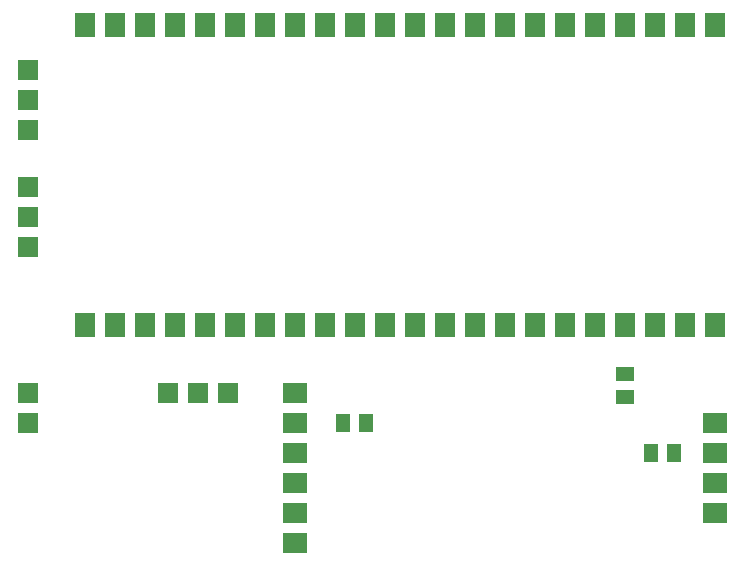
<source format=gbs>
G04 Layer: BottomSolderMaskLayer*
G04 EasyEDA v6.5.46, 2024-09-02 22:14:07*
G04 e88426a38d4c4d1a9789fb718d1c1170,6b50037bb1584808a520f39feb1544fe,10*
G04 Gerber Generator version 0.2*
G04 Scale: 100 percent, Rotated: No, Reflected: No *
G04 Dimensions in millimeters *
G04 leading zeros omitted , absolute positions ,4 integer and 5 decimal *
%FSLAX45Y45*%
%MOMM*%

%AMMACRO1*4,1,8,-0.7095,-0.617,-0.7393,-0.587,-0.7393,0.5872,-0.7095,0.617,0.7093,0.617,0.7393,0.5872,0.7393,-0.587,0.7093,-0.617,-0.7095,-0.617,0*%
%AMMACRO2*4,1,8,-0.7095,-0.6171,-0.7393,-0.5871,-0.7393,0.5874,-0.7095,0.6171,0.7093,0.6171,0.7393,0.5874,0.7393,-0.5871,0.7093,-0.6171,-0.7095,-0.6171,0*%
%AMMACRO3*4,1,8,-0.5874,-0.7393,-0.6171,-0.7093,-0.6171,0.7095,-0.5874,0.7393,0.5871,0.7393,0.6171,0.7095,0.6171,-0.7093,0.5871,-0.7393,-0.5874,-0.7393,0*%
%AMMACRO4*4,1,8,-0.5872,-0.7393,-0.617,-0.7093,-0.617,0.7095,-0.5872,0.7393,0.587,0.7393,0.617,0.7095,0.617,-0.7093,0.587,-0.7393,-0.5872,-0.7393,0*%
%AMMACRO5*4,1,8,-0.971,-0.8509,-1.0008,-0.8209,-1.0008,0.8212,-0.971,0.8509,0.9708,0.8509,1.0008,0.8212,1.0008,-0.8209,0.9708,-0.8509,-0.971,-0.8509,0*%
%AMMACRO6*4,1,8,-0.8085,-0.8382,-0.8382,-0.8082,-0.8382,0.8085,-0.8085,0.8382,0.8082,0.8382,0.8382,0.8085,0.8382,-0.8082,0.8082,-0.8382,-0.8085,-0.8382,0*%
%AMMACRO7*4,1,8,-0.8212,-1.0008,-0.8509,-0.9708,-0.8509,0.971,-0.8212,1.0008,0.8209,1.0008,0.8509,0.971,0.8509,-0.9708,0.8209,-1.0008,-0.8212,-1.0008,0*%
%ADD10MACRO1*%
%ADD11MACRO2*%
%ADD12MACRO3*%
%ADD13MACRO4*%
%ADD14MACRO5*%
%ADD15MACRO6*%
%ADD16MACRO7*%

%LPD*%
D10*
G01*
X-1526400Y2135200D03*
D11*
G01*
X-1526400Y1935187D03*
D12*
G01*
X-1108392Y1462798D03*
G01*
X-1308392Y1462798D03*
D13*
G01*
X-3915994Y1717205D03*
D12*
G01*
X-3715981Y1717205D03*
D14*
G01*
X-4318000Y952500D03*
G01*
X-4318000Y1206500D03*
G01*
X-4318000Y1460500D03*
G01*
X-4318000Y1714500D03*
G01*
X-4318000Y1968500D03*
G01*
X-4318000Y698500D03*
G01*
X-762000Y952500D03*
G01*
X-762000Y1206500D03*
G01*
X-762000Y1460500D03*
G01*
X-762000Y1714500D03*
D15*
G01*
X-6582664Y3211830D03*
G01*
X-6582664Y3466084D03*
G01*
X-6582664Y3720592D03*
D16*
G01*
X-767080Y5086096D03*
G01*
X-767080Y2546096D03*
G01*
X-1021080Y5086096D03*
G01*
X-1021080Y2546096D03*
G01*
X-1275080Y5086096D03*
G01*
X-1275080Y2546096D03*
G01*
X-1529080Y5086096D03*
G01*
X-1529080Y2546096D03*
G01*
X-1783080Y5086096D03*
G01*
X-1783080Y2546096D03*
G01*
X-2037080Y5086096D03*
G01*
X-2037080Y2546096D03*
G01*
X-2291080Y5086096D03*
G01*
X-2291080Y2546096D03*
G01*
X-2545080Y5086096D03*
G01*
X-2545080Y2546096D03*
G01*
X-2799080Y5086096D03*
G01*
X-2799080Y2546096D03*
G01*
X-3053080Y5086096D03*
G01*
X-3053080Y2546096D03*
G01*
X-3307080Y5086096D03*
G01*
X-3307080Y2546096D03*
G01*
X-3561080Y5086096D03*
G01*
X-3561080Y2546096D03*
G01*
X-3815080Y5086096D03*
G01*
X-3815080Y2546096D03*
G01*
X-4069080Y5086096D03*
G01*
X-4069080Y2546096D03*
G01*
X-4323080Y5086096D03*
G01*
X-4323080Y2546096D03*
G01*
X-4577080Y5086096D03*
G01*
X-4577080Y2546096D03*
G01*
X-4831080Y5086096D03*
G01*
X-4831080Y2546096D03*
G01*
X-5085080Y5086096D03*
G01*
X-5085080Y2546096D03*
G01*
X-5339080Y5086096D03*
G01*
X-5339080Y2546096D03*
G01*
X-5593080Y5086096D03*
G01*
X-5593080Y2546096D03*
G01*
X-5847080Y5086096D03*
G01*
X-5847080Y2546096D03*
G01*
X-6101080Y5086096D03*
G01*
X-6101080Y2546096D03*
D15*
G01*
X-6582587Y1971598D03*
G01*
X-6582587Y1717192D03*
G01*
X-6582587Y4706391D03*
G01*
X-6582587Y4451984D03*
G01*
X-6582587Y4197578D03*
G01*
X-5397500Y1968500D03*
G01*
X-5143500Y1968500D03*
G01*
X-4889500Y1968500D03*
M02*

</source>
